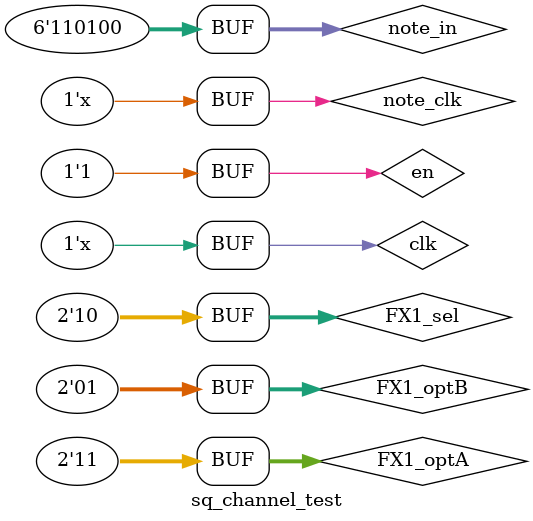
<source format=v>
`timescale 20ns / 1ns

module sq_channel_test(
    );


reg clk;
reg [5:0] note_in;
//wire [2:0] offset_multiplier;
//wire offset_direction;
reg en;
//reg vibra_en;
reg note_clk;
//reg[1:0] vibra_speed;
//reg[1:0] vibra_depth;
//wire[5:0] vibra_out;

reg[1:0] FX1_sel;  
reg[1:0] FX1_optA;
reg[1:0] FX1_optB;


wire [3:0] square_out;
//wire freq;


sq_channel UUT3 (
	.note_in 	(note_in),
	.note_clk	(note_clk),
	.channel_en	(en),
	.fx_sel		(FX1_sel),
	.fx_optA		(FX1_optA),
	.fx_optB		(FX1_optB),
	.clk50mhz	(clk),
	.wave_out	(square_out)
    );




initial
begin
#1 clk = 0;
#1 note_clk = 0;
#1 note_in = 42;
#1 en = 1;
//#1 vibra_speed = 0;
//#1 vibra_speed = 0;
#1 FX1_sel = 2;

#100000 FX1_optA = 3;
#100000 FX1_optB = 3;

//#100000 offset_direction = 1;
//#1 offset_multiplier = 6;
#200000 note_in = 52;

#50000000 FX1_optB = 1;
//#10000000 note_in = 51;
//#10000000 note_in = 39;


end


always
begin
#1 clk = ~clk;
end

always 
begin
#390625 note_clk = ~note_clk; //this is so that note_clk * 32 = 1/4 second; 390625. 
end











endmodule

</source>
